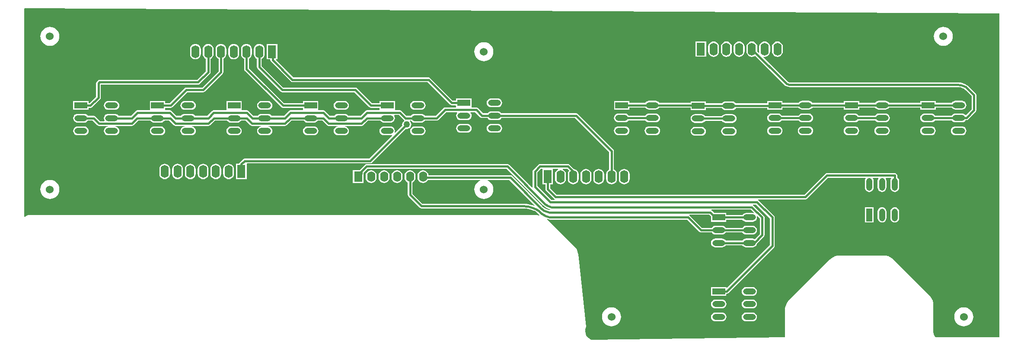
<source format=gbl>
G04*
G04 #@! TF.GenerationSoftware,Altium Limited,Altium Designer,20.2.6 (244)*
G04*
G04 Layer_Physical_Order=2*
G04 Layer_Color=16711680*
%FSLAX25Y25*%
%MOIN*%
G70*
G04*
G04 #@! TF.SameCoordinates,84CE4F0F-00B1-48B8-8D41-A7CC789AE08E*
G04*
G04*
G04 #@! TF.FilePolarity,Positive*
G04*
G01*
G75*
%ADD22C,0.01575*%
%ADD23O,0.09843X0.04724*%
%ADD24R,0.09843X0.04724*%
%ADD25O,0.04724X0.09843*%
%ADD26R,0.04724X0.09843*%
%ADD27R,0.06299X0.09843*%
%ADD28O,0.06299X0.09843*%
%ADD29O,0.06299X0.07874*%
%ADD30R,0.06299X0.07874*%
%ADD31C,0.06000*%
%ADD32C,0.05000*%
G36*
X850394Y253937D02*
Y3937D01*
X801181D01*
X800713Y4405D01*
X799977Y5506D01*
X799471Y6729D01*
X799213Y8027D01*
Y8689D01*
Y29528D01*
X799213D01*
X799213Y29528D01*
X799167Y30459D01*
X798803Y32287D01*
X798090Y34008D01*
X797055Y35557D01*
X796429Y36248D01*
X768677Y64000D01*
X768677Y64000D01*
X767950Y64659D01*
X766320Y65748D01*
X764509Y66499D01*
X762586Y66881D01*
X761606Y66929D01*
X726583Y66929D01*
X726583Y66929D01*
X725603Y66881D01*
X723680Y66499D01*
X721869Y65748D01*
X720239Y64659D01*
X719512Y64000D01*
X687968Y32456D01*
X687309Y31729D01*
X686220Y30099D01*
X685470Y28288D01*
X685087Y26366D01*
X685039Y25385D01*
Y3937D01*
X535591Y2016D01*
X535591Y2016D01*
X534900Y2300D01*
X533657Y3128D01*
X532601Y4185D01*
X531775Y5429D01*
X531210Y6812D01*
X530928Y8279D01*
X530941Y9772D01*
X531248Y11234D01*
X531542Y11920D01*
X525533Y67794D01*
X525533Y67794D01*
X525533Y67794D01*
X525407Y68632D01*
X524944Y70261D01*
X524213Y71789D01*
X523235Y73171D01*
X522662Y73795D01*
X502784Y93673D01*
X502784Y93673D01*
X502784Y93673D01*
X502207Y94222D01*
X501529Y94779D01*
X501776Y95223D01*
X501820Y95208D01*
X503984Y94777D01*
X506185Y94633D01*
Y94634D01*
X506185Y94634D01*
X609603D01*
X618911Y85326D01*
X618911Y85325D01*
X619503Y84930D01*
X620200Y84792D01*
X628460D01*
X628901Y84216D01*
X629603Y83677D01*
X630421Y83338D01*
X631299Y83223D01*
X636417D01*
X637295Y83338D01*
X638113Y83677D01*
X638815Y84216D01*
X639257Y84792D01*
X652082D01*
X652523Y84216D01*
X653226Y83677D01*
X654044Y83338D01*
X654921Y83223D01*
X660040D01*
X660917Y83338D01*
X661735Y83677D01*
X662437Y84216D01*
X662976Y84919D01*
X663315Y85737D01*
X663431Y86614D01*
X663315Y87492D01*
X662976Y88310D01*
X662437Y89012D01*
X661735Y89551D01*
X660917Y89890D01*
X660040Y90005D01*
X654921D01*
X654044Y89890D01*
X653226Y89551D01*
X652523Y89012D01*
X652082Y88437D01*
X639257D01*
X638815Y89012D01*
X638113Y89551D01*
X637295Y89890D01*
X636417Y90005D01*
X631299D01*
X630421Y89890D01*
X629603Y89551D01*
X628901Y89012D01*
X628460Y88437D01*
X620955D01*
X611646Y97745D01*
X611158Y98071D01*
X611257Y98571D01*
X626607D01*
X627937Y97242D01*
Y93095D01*
X639780D01*
Y94634D01*
X652082D01*
X652523Y94059D01*
X653226Y93520D01*
X654044Y93181D01*
X654921Y93066D01*
X660040D01*
X660917Y93181D01*
X661735Y93520D01*
X662437Y94059D01*
X662976Y94761D01*
X663315Y95579D01*
X663431Y96457D01*
X663339Y97157D01*
X663812Y97390D01*
X665500Y95702D01*
Y83549D01*
X661682Y79731D01*
X660917Y80047D01*
X660040Y80163D01*
X654921D01*
X654044Y80047D01*
X653226Y79708D01*
X652523Y79170D01*
X652082Y78594D01*
X639257D01*
X638815Y79170D01*
X638113Y79708D01*
X637295Y80047D01*
X636417Y80163D01*
X631299D01*
X630421Y80047D01*
X629603Y79708D01*
X628901Y79170D01*
X628362Y78467D01*
X628023Y77649D01*
X627908Y76772D01*
X628023Y75894D01*
X628362Y75076D01*
X628901Y74374D01*
X629603Y73835D01*
X630421Y73496D01*
X631299Y73380D01*
X636417D01*
X637295Y73496D01*
X638113Y73835D01*
X638815Y74374D01*
X639257Y74949D01*
X652082D01*
X652523Y74374D01*
X653226Y73835D01*
X654044Y73496D01*
X654921Y73380D01*
X660040D01*
X660917Y73496D01*
X661735Y73835D01*
X662437Y74374D01*
X662976Y75076D01*
X663315Y75894D01*
X663363Y76257D01*
X668611Y81506D01*
X668611Y81506D01*
X669006Y82097D01*
X669145Y82794D01*
X669145Y82794D01*
Y96457D01*
X669145Y96457D01*
X669006Y97154D01*
X668611Y97745D01*
X668611Y97745D01*
X660738Y105619D01*
X660250Y105945D01*
X660348Y106445D01*
X662631D01*
X673374Y95702D01*
Y75322D01*
X640241Y42189D01*
X639780Y42380D01*
Y42732D01*
X627937D01*
Y36008D01*
X639780D01*
Y37139D01*
X640000Y37548D01*
X640697Y37686D01*
X641289Y38081D01*
X676485Y73278D01*
X676485Y73278D01*
X676881Y73869D01*
X677019Y74567D01*
Y96457D01*
X676881Y97154D01*
X676485Y97745D01*
X676485Y97745D01*
X664675Y109556D01*
X664187Y109882D01*
X664285Y110382D01*
X700787D01*
X700787Y110382D01*
X701485Y110521D01*
X702076Y110916D01*
X718138Y126978D01*
X747016D01*
X747237Y126529D01*
X747063Y126302D01*
X746724Y125484D01*
X746609Y124606D01*
Y119488D01*
X746724Y118610D01*
X747063Y117792D01*
X747602Y117090D01*
X748304Y116551D01*
X749122Y116212D01*
X750000Y116097D01*
X750878Y116212D01*
X751696Y116551D01*
X752398Y117090D01*
X752937Y117792D01*
X753276Y118610D01*
X753391Y119488D01*
Y124606D01*
X753276Y125484D01*
X752937Y126302D01*
X752763Y126529D01*
X752984Y126978D01*
X756859D01*
X757080Y126529D01*
X756906Y126302D01*
X756567Y125484D01*
X756451Y124606D01*
Y119488D01*
X756567Y118610D01*
X756906Y117792D01*
X757445Y117090D01*
X758147Y116551D01*
X758965Y116212D01*
X759843Y116097D01*
X760720Y116212D01*
X761538Y116551D01*
X762241Y117090D01*
X762780Y117792D01*
X763118Y118610D01*
X763234Y119488D01*
Y124606D01*
X763118Y125484D01*
X762780Y126302D01*
X762605Y126529D01*
X762826Y126978D01*
X766701D01*
X766923Y126529D01*
X766748Y126302D01*
X766409Y125484D01*
X766294Y124606D01*
Y119488D01*
X766409Y118610D01*
X766748Y117792D01*
X767287Y117090D01*
X767989Y116551D01*
X768807Y116212D01*
X769685Y116097D01*
X770563Y116212D01*
X771381Y116551D01*
X772083Y117090D01*
X772622Y117792D01*
X772961Y118610D01*
X773076Y119488D01*
Y124606D01*
X772961Y125484D01*
X772622Y126302D01*
X772083Y127004D01*
X771507Y127446D01*
Y128800D01*
X771369Y129497D01*
X770974Y130089D01*
X770382Y130484D01*
X769685Y130622D01*
X717383D01*
X717383Y130622D01*
X716685Y130484D01*
X716094Y130089D01*
X700033Y114027D01*
X508876D01*
X503791Y119113D01*
Y122031D01*
X506118D01*
Y133504D01*
X506118Y133874D01*
X506564Y134004D01*
X509994D01*
X510093Y133504D01*
X509718Y133349D01*
X508851Y132684D01*
X508186Y131817D01*
X507768Y130808D01*
X507626Y129725D01*
Y126181D01*
X507768Y125098D01*
X508186Y124088D01*
X508851Y123222D01*
X509718Y122556D01*
X510728Y122138D01*
X511811Y121996D01*
X512894Y122138D01*
X513904Y122556D01*
X514771Y123222D01*
X515436Y124088D01*
X515854Y125098D01*
X515996Y126181D01*
Y129725D01*
X515854Y130808D01*
X515436Y131817D01*
X514771Y132684D01*
X513904Y133349D01*
X513529Y133504D01*
X513628Y134004D01*
X516962D01*
X518515Y132451D01*
X518029Y131817D01*
X517611Y130808D01*
X517468Y129725D01*
Y126181D01*
X517611Y125098D01*
X518029Y124088D01*
X518694Y123222D01*
X519561Y122556D01*
X520570Y122138D01*
X521654Y121996D01*
X522737Y122138D01*
X523746Y122556D01*
X524613Y123222D01*
X525278Y124088D01*
X525696Y125098D01*
X525839Y126181D01*
Y129725D01*
X525696Y130808D01*
X525278Y131817D01*
X524613Y132684D01*
X523746Y133349D01*
X522737Y133767D01*
X522202Y133838D01*
X522038Y134082D01*
X522038Y134082D01*
X519005Y137115D01*
X518414Y137511D01*
X517717Y137649D01*
X517717Y137649D01*
X496063D01*
X495366Y137511D01*
X494774Y137115D01*
X494774Y137115D01*
X490837Y133178D01*
X490442Y132587D01*
X490304Y131890D01*
X490304Y131890D01*
Y120079D01*
X490304Y120079D01*
X490378Y119707D01*
X489917Y119461D01*
X472262Y137115D01*
X471671Y137511D01*
X470973Y137649D01*
X470973Y137649D01*
X362205D01*
X362205Y137649D01*
X361507Y137511D01*
X360916Y137115D01*
X360916Y137115D01*
X356900Y133100D01*
X356760Y132890D01*
X351677D01*
Y123016D01*
X359976D01*
Y130139D01*
X360011Y130315D01*
X360011Y130315D01*
Y131056D01*
X362960Y134004D01*
X470218D01*
X498397Y105825D01*
X498741Y105462D01*
X498741Y105462D01*
X500277Y104202D01*
X502028Y103266D01*
X503803Y102727D01*
X503705Y102235D01*
X502542Y102349D01*
X501003Y102816D01*
X499585Y103574D01*
X498723Y104281D01*
X498360Y104611D01*
X498360D01*
X498012Y104958D01*
X474482Y128489D01*
X473891Y128884D01*
X473194Y129022D01*
X473194Y129022D01*
X409975D01*
X409870Y129824D01*
X409451Y130833D01*
X408786Y131700D01*
X407920Y132365D01*
X406910Y132783D01*
X405827Y132926D01*
X404743Y132783D01*
X403734Y132365D01*
X402867Y131700D01*
X402202Y130833D01*
X401784Y129824D01*
X401641Y128740D01*
Y127165D01*
X401784Y126082D01*
X402202Y125073D01*
X402867Y124206D01*
X403734Y123541D01*
X404743Y123123D01*
X405827Y122980D01*
X406910Y123123D01*
X407920Y123541D01*
X408786Y124206D01*
X409451Y125073D01*
X409578Y125378D01*
X449846D01*
X449949Y124886D01*
X448681Y124209D01*
X447570Y123296D01*
X446658Y122185D01*
X445980Y120917D01*
X445562Y119541D01*
X445422Y118110D01*
X445562Y116679D01*
X445980Y115303D01*
X446658Y114035D01*
X447570Y112924D01*
X448681Y112012D01*
X449949Y111334D01*
X451325Y110917D01*
X452756Y110776D01*
X454187Y110917D01*
X455563Y111334D01*
X456831Y112012D01*
X457942Y112924D01*
X458854Y114035D01*
X459532Y115303D01*
X459950Y116679D01*
X460090Y118110D01*
X459950Y119541D01*
X459532Y120917D01*
X458854Y122185D01*
X457942Y123296D01*
X456831Y124209D01*
X455563Y124886D01*
X455666Y125378D01*
X472439D01*
X492082Y105734D01*
X491799Y105310D01*
X491153Y105578D01*
X488448Y106357D01*
X485672Y106829D01*
X482860Y106987D01*
Y106982D01*
X405438D01*
X397649Y114771D01*
Y123429D01*
X397920Y123541D01*
X398786Y124206D01*
X399451Y125073D01*
X399870Y126082D01*
X400012Y127165D01*
Y128740D01*
X399870Y129824D01*
X399451Y130833D01*
X398786Y131700D01*
X397920Y132365D01*
X396910Y132783D01*
X395827Y132926D01*
X394743Y132783D01*
X393734Y132365D01*
X392867Y131700D01*
X392202Y130833D01*
X391784Y129824D01*
X391641Y128740D01*
Y127165D01*
X391784Y126082D01*
X392202Y125073D01*
X392867Y124206D01*
X393734Y123541D01*
X394004Y123429D01*
Y114016D01*
X394004Y114016D01*
X394143Y113318D01*
X394538Y112727D01*
X403394Y103871D01*
X403394Y103871D01*
X403985Y103476D01*
X404683Y103337D01*
X482860D01*
X482977Y103361D01*
X485665Y103185D01*
X488422Y102636D01*
X490617Y101891D01*
X491073Y101704D01*
X491522Y101500D01*
X492790Y100822D01*
X493906Y99906D01*
X494266Y99568D01*
X494266Y99568D01*
X495673Y98334D01*
X495424Y97887D01*
X495253Y97939D01*
X493692Y98250D01*
X492107Y98406D01*
X491311Y98425D01*
X103178Y98425D01*
X103177Y98425D01*
X102519Y98393D01*
X101227Y98136D01*
X100009Y97632D01*
X98925Y96907D01*
X98711Y96947D01*
X98425Y97074D01*
Y257520D01*
X98780Y257872D01*
X850394Y253937D01*
D02*
G37*
G36*
X497819Y133874D02*
X497819Y133504D01*
Y122031D01*
X500146D01*
Y118358D01*
X500146Y118358D01*
X500285Y117660D01*
X500680Y117069D01*
X506833Y110916D01*
X506833Y110916D01*
X507321Y110590D01*
X507222Y110090D01*
X504692D01*
X493948Y120834D01*
Y131135D01*
X496818Y134004D01*
X497373D01*
X497819Y133874D01*
D02*
G37*
G36*
X660973Y100230D02*
X660739Y99756D01*
X660040Y99848D01*
X654921D01*
X654044Y99733D01*
X653226Y99394D01*
X652523Y98855D01*
X652082Y98279D01*
X639780D01*
Y99819D01*
X630514D01*
X628651Y101682D01*
X628163Y102008D01*
X628261Y102508D01*
X658694D01*
X660973Y100230D01*
D02*
G37*
%LPC*%
G36*
X807087Y243555D02*
X805656Y243414D01*
X804280Y242997D01*
X803012Y242319D01*
X801900Y241407D01*
X800988Y240295D01*
X800310Y239027D01*
X799893Y237651D01*
X799752Y236220D01*
X799893Y234789D01*
X800310Y233414D01*
X800988Y232146D01*
X801900Y231034D01*
X803012Y230122D01*
X804280Y229444D01*
X805656Y229027D01*
X807087Y228886D01*
X808517Y229027D01*
X809893Y229444D01*
X811161Y230122D01*
X812273Y231034D01*
X813185Y232146D01*
X813863Y233414D01*
X814280Y234789D01*
X814421Y236220D01*
X814280Y237651D01*
X813863Y239027D01*
X813185Y240295D01*
X812273Y241407D01*
X811161Y242319D01*
X809893Y242997D01*
X808517Y243414D01*
X807087Y243555D01*
D02*
G37*
G36*
X118110D02*
X116679Y243414D01*
X115303Y242997D01*
X114035Y242319D01*
X112924Y241407D01*
X112012Y240295D01*
X111334Y239027D01*
X110917Y237651D01*
X110776Y236220D01*
X110917Y234789D01*
X111334Y233414D01*
X112012Y232146D01*
X112924Y231034D01*
X114035Y230122D01*
X115303Y229444D01*
X116679Y229027D01*
X118110Y228886D01*
X119541Y229027D01*
X120917Y229444D01*
X122185Y230122D01*
X123296Y231034D01*
X124209Y232146D01*
X124886Y233414D01*
X125304Y234789D01*
X125445Y236220D01*
X125304Y237651D01*
X124886Y239027D01*
X124209Y240295D01*
X123296Y241407D01*
X122185Y242319D01*
X120917Y242997D01*
X119541Y243414D01*
X118110Y243555D01*
D02*
G37*
G36*
X669291Y232335D02*
X668208Y232192D01*
X667199Y231774D01*
X666332Y231109D01*
X665666Y230242D01*
X665248Y229233D01*
X665106Y228150D01*
Y224606D01*
X665197Y223914D01*
X664723Y223681D01*
X663634Y224770D01*
Y228150D01*
X663492Y229233D01*
X663073Y230242D01*
X662408Y231109D01*
X661542Y231774D01*
X660532Y232192D01*
X659449Y232335D01*
X658365Y232192D01*
X657356Y231774D01*
X656489Y231109D01*
X655824Y230242D01*
X655406Y229233D01*
X655263Y228150D01*
Y224606D01*
X655406Y223523D01*
X655824Y222513D01*
X656489Y221647D01*
X657356Y220982D01*
X658365Y220563D01*
X659449Y220421D01*
X660532Y220563D01*
X661542Y220982D01*
X661952Y221297D01*
X684327Y198922D01*
X684355Y198903D01*
X685325Y198107D01*
X686461Y197500D01*
X687694Y197126D01*
X688943Y197003D01*
X688976Y196996D01*
X818639D01*
X818721Y197013D01*
X820239Y196863D01*
X821778Y196397D01*
X823196Y195639D01*
X824375Y194671D01*
X824421Y194601D01*
X828886Y190137D01*
Y179889D01*
X824457Y175459D01*
X823958Y175492D01*
X823855Y175626D01*
X823152Y176165D01*
X822334Y176504D01*
X821457Y176620D01*
X816339D01*
X815461Y176504D01*
X814643Y176165D01*
X813941Y175626D01*
X813499Y175051D01*
X800674D01*
X800233Y175626D01*
X799530Y176165D01*
X798712Y176504D01*
X797835Y176620D01*
X792717D01*
X791839Y176504D01*
X791021Y176165D01*
X790319Y175626D01*
X789780Y174924D01*
X789441Y174106D01*
X789325Y173228D01*
X789441Y172351D01*
X789780Y171533D01*
X790319Y170830D01*
X791021Y170291D01*
X791839Y169953D01*
X792717Y169837D01*
X797835D01*
X798712Y169953D01*
X799530Y170291D01*
X800233Y170830D01*
X800674Y171406D01*
X813499D01*
X813941Y170830D01*
X814643Y170291D01*
X815461Y169953D01*
X816339Y169837D01*
X821457D01*
X822334Y169953D01*
X823152Y170291D01*
X823855Y170830D01*
X824367Y171499D01*
X824896D01*
X824896Y171499D01*
X825593Y171637D01*
X826184Y172032D01*
X831997Y177845D01*
X831997Y177845D01*
X832392Y178436D01*
X832531Y179134D01*
Y190891D01*
X832531Y190891D01*
X832392Y191589D01*
X831997Y192180D01*
X826999Y197179D01*
X827000Y197180D01*
X825589Y198385D01*
X824007Y199354D01*
X822293Y200064D01*
X820489Y200497D01*
X818639Y200643D01*
Y200641D01*
X688976D01*
X688946Y200635D01*
X688215Y200731D01*
X687506Y201025D01*
X687280Y201199D01*
X686904Y201500D01*
X686555Y201849D01*
X668366Y220038D01*
X668599Y220512D01*
X669291Y220421D01*
X670374Y220563D01*
X671384Y220982D01*
X672251Y221647D01*
X672916Y222513D01*
X673334Y223523D01*
X673477Y224606D01*
Y228150D01*
X673334Y229233D01*
X672916Y230242D01*
X672251Y231109D01*
X671384Y231774D01*
X670374Y232192D01*
X669291Y232335D01*
D02*
G37*
G36*
X624228Y232299D02*
X615929D01*
Y220457D01*
X624228D01*
Y232299D01*
D02*
G37*
G36*
X679134Y232335D02*
X678051Y232192D01*
X677041Y231774D01*
X676174Y231109D01*
X675509Y230242D01*
X675091Y229233D01*
X674948Y228150D01*
Y224606D01*
X675091Y223523D01*
X675509Y222513D01*
X676174Y221647D01*
X677041Y220982D01*
X678051Y220563D01*
X679134Y220421D01*
X680217Y220563D01*
X681226Y220982D01*
X682093Y221647D01*
X682759Y222513D01*
X683177Y223523D01*
X683319Y224606D01*
Y228150D01*
X683177Y229233D01*
X682759Y230242D01*
X682093Y231109D01*
X681226Y231774D01*
X680217Y232192D01*
X679134Y232335D01*
D02*
G37*
G36*
X649606D02*
X648523Y232192D01*
X647513Y231774D01*
X646647Y231109D01*
X645982Y230242D01*
X645563Y229233D01*
X645421Y228150D01*
Y224606D01*
X645563Y223523D01*
X645982Y222513D01*
X646647Y221647D01*
X647513Y220982D01*
X648523Y220563D01*
X649606Y220421D01*
X650690Y220563D01*
X651699Y220982D01*
X652566Y221647D01*
X653231Y222513D01*
X653649Y223523D01*
X653792Y224606D01*
Y228150D01*
X653649Y229233D01*
X653231Y230242D01*
X652566Y231109D01*
X651699Y231774D01*
X650690Y232192D01*
X649606Y232335D01*
D02*
G37*
G36*
X639764D02*
X638681Y232192D01*
X637671Y231774D01*
X636804Y231109D01*
X636139Y230242D01*
X635721Y229233D01*
X635578Y228150D01*
Y224606D01*
X635721Y223523D01*
X636139Y222513D01*
X636804Y221647D01*
X637671Y220982D01*
X638681Y220563D01*
X639764Y220421D01*
X640847Y220563D01*
X641856Y220982D01*
X642723Y221647D01*
X643389Y222513D01*
X643807Y223523D01*
X643949Y224606D01*
Y228150D01*
X643807Y229233D01*
X643389Y230242D01*
X642723Y231109D01*
X641856Y231774D01*
X640847Y232192D01*
X639764Y232335D01*
D02*
G37*
G36*
X629921D02*
X628838Y232192D01*
X627829Y231774D01*
X626962Y231109D01*
X626297Y230242D01*
X625878Y229233D01*
X625736Y228150D01*
Y224606D01*
X625878Y223523D01*
X626297Y222513D01*
X626962Y221647D01*
X627829Y220982D01*
X628838Y220563D01*
X629921Y220421D01*
X631004Y220563D01*
X632014Y220982D01*
X632881Y221647D01*
X633546Y222513D01*
X633964Y223523D01*
X634107Y224606D01*
Y228150D01*
X633964Y229233D01*
X633546Y230242D01*
X632881Y231109D01*
X632014Y231774D01*
X631004Y232192D01*
X629921Y232335D01*
D02*
G37*
G36*
X259843Y230367D02*
X258759Y230224D01*
X257750Y229806D01*
X256883Y229141D01*
X256218Y228274D01*
X255800Y227264D01*
X255657Y226181D01*
Y222638D01*
X255800Y221555D01*
X256218Y220545D01*
X256883Y219678D01*
X257750Y219013D01*
X258759Y218595D01*
X259843Y218453D01*
X260926Y218595D01*
X261935Y219013D01*
X262802Y219678D01*
X263467Y220545D01*
X263885Y221555D01*
X264028Y222638D01*
Y226181D01*
X263885Y227264D01*
X263467Y228274D01*
X262802Y229141D01*
X261935Y229806D01*
X260926Y230224D01*
X259843Y230367D01*
D02*
G37*
G36*
X230315D02*
X229232Y230224D01*
X228222Y229806D01*
X227356Y229141D01*
X226690Y228274D01*
X226272Y227264D01*
X226130Y226181D01*
Y222638D01*
X226272Y221555D01*
X226690Y220545D01*
X227356Y219678D01*
X228222Y219013D01*
X229232Y218595D01*
X230315Y218453D01*
X231398Y218595D01*
X232408Y219013D01*
X233275Y219678D01*
X233940Y220545D01*
X234358Y221555D01*
X234500Y222638D01*
Y226181D01*
X234358Y227264D01*
X233940Y228274D01*
X233275Y229141D01*
X232408Y229806D01*
X231398Y230224D01*
X230315Y230367D01*
D02*
G37*
G36*
X452756Y231744D02*
X451325Y231603D01*
X449949Y231186D01*
X448681Y230508D01*
X447570Y229596D01*
X446658Y228484D01*
X445980Y227216D01*
X445562Y225840D01*
X445422Y224409D01*
X445562Y222978D01*
X445980Y221603D01*
X446658Y220335D01*
X447570Y219223D01*
X448681Y218311D01*
X449949Y217633D01*
X451325Y217216D01*
X452756Y217075D01*
X454187Y217216D01*
X455563Y217633D01*
X456831Y218311D01*
X457942Y219223D01*
X458854Y220335D01*
X459532Y221603D01*
X459950Y222978D01*
X460090Y224409D01*
X459950Y225840D01*
X459532Y227216D01*
X458854Y228484D01*
X457942Y229596D01*
X456831Y230508D01*
X455563Y231186D01*
X454187Y231603D01*
X452756Y231744D01*
D02*
G37*
G36*
X240158Y230367D02*
X239074Y230224D01*
X238065Y229806D01*
X237198Y229141D01*
X236533Y228274D01*
X236115Y227264D01*
X235972Y226181D01*
Y222638D01*
X236115Y221555D01*
X236533Y220545D01*
X237198Y219678D01*
X238065Y219013D01*
X238335Y218901D01*
Y209416D01*
X231529Y202610D01*
X156434D01*
X155737Y202471D01*
X155146Y202076D01*
X155146Y202076D01*
X154223Y201153D01*
X153828Y200562D01*
X153689Y199865D01*
X153689Y199865D01*
Y189731D01*
X148682Y184724D01*
X147946D01*
Y186264D01*
X136103D01*
Y179539D01*
X147946D01*
Y181079D01*
X149437D01*
X149437Y181079D01*
X150134Y181218D01*
X150726Y181613D01*
X156800Y187688D01*
X156800Y187688D01*
X157195Y188279D01*
X157334Y188976D01*
X157334Y188976D01*
Y198965D01*
X232283D01*
X232283Y198965D01*
X232981Y199104D01*
X233572Y199499D01*
X241446Y207373D01*
X241446Y207373D01*
X241841Y207964D01*
X241980Y208662D01*
X241980Y208662D01*
Y218901D01*
X242250Y219013D01*
X243117Y219678D01*
X243782Y220545D01*
X244200Y221555D01*
X244343Y222638D01*
Y226181D01*
X244200Y227264D01*
X243782Y228274D01*
X243117Y229141D01*
X242250Y229806D01*
X241241Y230224D01*
X240158Y230367D01*
D02*
G37*
G36*
X821457Y186462D02*
X816339D01*
X815461Y186346D01*
X814643Y186008D01*
X813941Y185469D01*
X813499Y184893D01*
X801197D01*
Y186433D01*
X789354D01*
Y184893D01*
X765241D01*
X764800Y185469D01*
X764097Y186008D01*
X763279Y186346D01*
X762402Y186462D01*
X757283D01*
X756406Y186346D01*
X755588Y186008D01*
X754886Y185469D01*
X754444Y184893D01*
X742142D01*
Y186433D01*
X730299D01*
Y184893D01*
X706186D01*
X705744Y185469D01*
X705042Y186008D01*
X704224Y186346D01*
X703346Y186462D01*
X698228D01*
X697351Y186346D01*
X696533Y186008D01*
X695830Y185469D01*
X695389Y184893D01*
X683087D01*
Y186433D01*
X671244D01*
Y184500D01*
X647131D01*
X646689Y185075D01*
X645987Y185614D01*
X645169Y185953D01*
X644291Y186068D01*
X639173D01*
X638295Y185953D01*
X637477Y185614D01*
X636775Y185075D01*
X636334Y184500D01*
X624031D01*
Y186039D01*
X612189D01*
Y184893D01*
X588076D01*
X587634Y185469D01*
X586932Y186008D01*
X586114Y186346D01*
X585236Y186462D01*
X580118D01*
X579240Y186346D01*
X578422Y186008D01*
X577720Y185469D01*
X577279Y184893D01*
X564977D01*
Y186433D01*
X553134D01*
Y179709D01*
X564977D01*
Y181248D01*
X577279D01*
X577720Y180673D01*
X578422Y180134D01*
X579240Y179795D01*
X580118Y179680D01*
X585236D01*
X586114Y179795D01*
X586932Y180134D01*
X587634Y180673D01*
X588076Y181248D01*
X612189D01*
Y179315D01*
X624031D01*
Y180855D01*
X636334D01*
X636775Y180279D01*
X637477Y179740D01*
X638295Y179402D01*
X639173Y179286D01*
X644291D01*
X645169Y179402D01*
X645987Y179740D01*
X646689Y180279D01*
X647131Y180855D01*
X671244D01*
Y179709D01*
X683087D01*
Y181248D01*
X695389D01*
X695830Y180673D01*
X696533Y180134D01*
X697351Y179795D01*
X698228Y179680D01*
X703346D01*
X704224Y179795D01*
X705042Y180134D01*
X705744Y180673D01*
X706186Y181248D01*
X730299D01*
Y179709D01*
X742142D01*
Y181248D01*
X754444D01*
X754886Y180673D01*
X755588Y180134D01*
X756406Y179795D01*
X757283Y179680D01*
X762402D01*
X763279Y179795D01*
X764097Y180134D01*
X764800Y180673D01*
X765241Y181248D01*
X789354D01*
Y179709D01*
X801197D01*
Y181248D01*
X813499D01*
X813941Y180673D01*
X814643Y180134D01*
X815461Y179795D01*
X816339Y179680D01*
X821457D01*
X822334Y179795D01*
X823152Y180134D01*
X823855Y180673D01*
X824393Y181375D01*
X824732Y182193D01*
X824848Y183071D01*
X824732Y183949D01*
X824393Y184766D01*
X823855Y185469D01*
X823152Y186008D01*
X822334Y186346D01*
X821457Y186462D01*
D02*
G37*
G36*
X463481Y188261D02*
X458363D01*
X457485Y188146D01*
X456668Y187807D01*
X455965Y187268D01*
X455426Y186566D01*
X455088Y185748D01*
X454972Y184870D01*
X455088Y183992D01*
X455426Y183174D01*
X455965Y182472D01*
X456668Y181933D01*
X457485Y181594D01*
X458363Y181479D01*
X463481D01*
X464359Y181594D01*
X465177Y181933D01*
X465879Y182472D01*
X466418Y183174D01*
X466757Y183992D01*
X466873Y184870D01*
X466757Y185748D01*
X466418Y186566D01*
X465879Y187268D01*
X465177Y187807D01*
X464359Y188146D01*
X463481Y188261D01*
D02*
G37*
G36*
X404426Y186293D02*
X399308D01*
X398430Y186177D01*
X397612Y185838D01*
X396910Y185300D01*
X396371Y184597D01*
X396032Y183779D01*
X395917Y182902D01*
X396032Y182024D01*
X396371Y181206D01*
X396910Y180504D01*
X397612Y179965D01*
X398430Y179626D01*
X399308Y179510D01*
X404426D01*
X405304Y179626D01*
X406122Y179965D01*
X406824Y180504D01*
X407363Y181206D01*
X407702Y182024D01*
X407817Y182902D01*
X407702Y183779D01*
X407363Y184597D01*
X406824Y185300D01*
X406122Y185838D01*
X405304Y186177D01*
X404426Y186293D01*
D02*
G37*
G36*
X345371D02*
X340253D01*
X339375Y186177D01*
X338557Y185838D01*
X337855Y185300D01*
X337316Y184597D01*
X336977Y183779D01*
X336862Y182902D01*
X336977Y182024D01*
X337316Y181206D01*
X337855Y180504D01*
X338557Y179965D01*
X339375Y179626D01*
X340253Y179510D01*
X345371D01*
X346249Y179626D01*
X347067Y179965D01*
X347769Y180504D01*
X348308Y181206D01*
X348647Y182024D01*
X348762Y182902D01*
X348647Y183779D01*
X348308Y184597D01*
X347769Y185300D01*
X347067Y185838D01*
X346249Y186177D01*
X345371Y186293D01*
D02*
G37*
G36*
X286316D02*
X281198D01*
X280320Y186177D01*
X279502Y185838D01*
X278800Y185300D01*
X278261Y184597D01*
X277922Y183779D01*
X277806Y182902D01*
X277922Y182024D01*
X278261Y181206D01*
X278800Y180504D01*
X279502Y179965D01*
X280320Y179626D01*
X281198Y179510D01*
X286316D01*
X287194Y179626D01*
X288012Y179965D01*
X288714Y180504D01*
X289253Y181206D01*
X289592Y182024D01*
X289707Y182902D01*
X289592Y183779D01*
X289253Y184597D01*
X288714Y185300D01*
X288012Y185838D01*
X287194Y186177D01*
X286316Y186293D01*
D02*
G37*
G36*
X227261D02*
X222143D01*
X221265Y186177D01*
X220447Y185838D01*
X219745Y185300D01*
X219206Y184597D01*
X218867Y183779D01*
X218752Y182902D01*
X218867Y182024D01*
X219206Y181206D01*
X219745Y180504D01*
X220447Y179965D01*
X221265Y179626D01*
X222143Y179510D01*
X227261D01*
X228139Y179626D01*
X228957Y179965D01*
X229659Y180504D01*
X230198Y181206D01*
X230537Y182024D01*
X230652Y182902D01*
X230537Y183779D01*
X230198Y184597D01*
X229659Y185300D01*
X228957Y185838D01*
X228139Y186177D01*
X227261Y186293D01*
D02*
G37*
G36*
X168206D02*
X163087D01*
X162210Y186177D01*
X161392Y185838D01*
X160690Y185300D01*
X160151Y184597D01*
X159812Y183779D01*
X159696Y182902D01*
X159812Y182024D01*
X160151Y181206D01*
X160690Y180504D01*
X161392Y179965D01*
X162210Y179626D01*
X163087Y179510D01*
X168206D01*
X169083Y179626D01*
X169901Y179965D01*
X170604Y180504D01*
X171142Y181206D01*
X171481Y182024D01*
X171597Y182902D01*
X171481Y183779D01*
X171142Y184597D01*
X170604Y185300D01*
X169901Y185838D01*
X169083Y186177D01*
X168206Y186293D01*
D02*
G37*
G36*
X279528Y230367D02*
X278444Y230224D01*
X277435Y229806D01*
X276568Y229141D01*
X275903Y228274D01*
X275485Y227264D01*
X275342Y226181D01*
Y222638D01*
X275485Y221555D01*
X275903Y220545D01*
X276568Y219678D01*
X277435Y219013D01*
X277705Y218901D01*
Y212598D01*
X277705Y212598D01*
X277844Y211901D01*
X278239Y211310D01*
X295955Y193593D01*
X295955Y193593D01*
X296547Y193198D01*
X297244Y193060D01*
X352763D01*
X364210Y181613D01*
X364210Y181613D01*
X364801Y181218D01*
X365498Y181079D01*
X365498Y181079D01*
X372324D01*
Y179622D01*
X372324Y179539D01*
X372123Y179122D01*
X362641D01*
X362641Y179122D01*
X361944Y178984D01*
X361352Y178589D01*
X357645Y174881D01*
X348211D01*
X347769Y175457D01*
X347067Y175996D01*
X346249Y176335D01*
X345371Y176450D01*
X340253D01*
X339375Y176335D01*
X338557Y175996D01*
X337855Y175457D01*
X337413Y174881D01*
X333896D01*
X330189Y178589D01*
X329597Y178984D01*
X328900Y179122D01*
X328900Y179122D01*
X325312D01*
X325111Y179539D01*
X325111Y179622D01*
Y186264D01*
X313269D01*
Y184724D01*
X298553D01*
X271507Y211770D01*
Y218901D01*
X271778Y219013D01*
X272644Y219678D01*
X273310Y220545D01*
X273728Y221555D01*
X273870Y222638D01*
Y226181D01*
X273728Y227264D01*
X273310Y228274D01*
X272644Y229141D01*
X271778Y229806D01*
X270768Y230224D01*
X269685Y230367D01*
X268602Y230224D01*
X267592Y229806D01*
X266725Y229141D01*
X266060Y228274D01*
X265642Y227264D01*
X265500Y226181D01*
Y222638D01*
X265642Y221555D01*
X266060Y220545D01*
X266725Y219678D01*
X267592Y219013D01*
X267863Y218901D01*
Y211015D01*
X267863Y211015D01*
X268001Y210318D01*
X268396Y209726D01*
X296510Y181613D01*
X296510Y181613D01*
X297101Y181218D01*
X297798Y181079D01*
X297798Y181079D01*
X313269D01*
Y179622D01*
X313269Y179539D01*
X313068Y179122D01*
X303541D01*
X303541Y179122D01*
X302844Y178984D01*
X302252Y178589D01*
X298545Y174881D01*
X289155D01*
X288714Y175457D01*
X288012Y175996D01*
X287194Y176335D01*
X286316Y176450D01*
X281198D01*
X280320Y176335D01*
X279502Y175996D01*
X278800Y175457D01*
X278358Y174881D01*
X274896D01*
X271189Y178589D01*
X270597Y178984D01*
X269900Y179122D01*
X269900Y179122D01*
X266256D01*
X266056Y179539D01*
X266056Y179622D01*
Y186264D01*
X254214D01*
Y179622D01*
X254214Y179539D01*
X254013Y179122D01*
X244441D01*
X244441Y179122D01*
X243744Y178984D01*
X243152Y178589D01*
X239445Y174881D01*
X230100D01*
X229659Y175457D01*
X228957Y175996D01*
X228139Y176335D01*
X227261Y176450D01*
X222143D01*
X221265Y176335D01*
X220447Y175996D01*
X219745Y175457D01*
X219303Y174881D01*
X215755D01*
X212048Y178589D01*
X211456Y178984D01*
X210759Y179122D01*
X210759Y179122D01*
X207201D01*
X207001Y179539D01*
X207001Y179622D01*
Y181079D01*
X211300D01*
X211300Y181079D01*
X211997Y181218D01*
X212589Y181613D01*
X224035Y193060D01*
X236220D01*
X236221Y193060D01*
X236918Y193198D01*
X237509Y193593D01*
X251289Y207373D01*
X251289Y207373D01*
X251684Y207964D01*
X251822Y208661D01*
X251822Y208662D01*
Y218901D01*
X252093Y219013D01*
X252959Y219678D01*
X253625Y220545D01*
X254043Y221555D01*
X254185Y222638D01*
Y226181D01*
X254043Y227264D01*
X253625Y228274D01*
X252959Y229141D01*
X252093Y229806D01*
X251083Y230224D01*
X250000Y230367D01*
X248917Y230224D01*
X247907Y229806D01*
X247041Y229141D01*
X246375Y228274D01*
X245957Y227264D01*
X245815Y226181D01*
Y222638D01*
X245957Y221555D01*
X246375Y220545D01*
X247041Y219678D01*
X247907Y219013D01*
X248178Y218901D01*
Y209416D01*
X235466Y196704D01*
X223280D01*
X223280Y196704D01*
X222583Y196566D01*
X221992Y196170D01*
X221992Y196170D01*
X210545Y184724D01*
X207001D01*
Y186264D01*
X195158D01*
Y179622D01*
X195158Y179539D01*
X194958Y179122D01*
X185500D01*
X185500Y179122D01*
X184803Y178984D01*
X184211Y178589D01*
X180504Y174881D01*
X171045D01*
X170604Y175457D01*
X169901Y175996D01*
X169083Y176335D01*
X168206Y176450D01*
X163087D01*
X162210Y176335D01*
X161392Y175996D01*
X160690Y175457D01*
X160151Y174755D01*
X159812Y173937D01*
X159696Y173059D01*
X159812Y172181D01*
X160151Y171363D01*
X160298Y171171D01*
X160077Y170722D01*
X156755D01*
X153130Y174348D01*
X152538Y174743D01*
X151841Y174881D01*
X151841Y174881D01*
X147423D01*
X146982Y175457D01*
X146279Y175996D01*
X145461Y176335D01*
X144584Y176450D01*
X139465D01*
X138588Y176335D01*
X137770Y175996D01*
X137068Y175457D01*
X136529Y174755D01*
X136190Y173937D01*
X136074Y173059D01*
X136190Y172181D01*
X136529Y171363D01*
X137068Y170661D01*
X137770Y170122D01*
X138588Y169783D01*
X139465Y169668D01*
X144584D01*
X145461Y169783D01*
X146279Y170122D01*
X146982Y170661D01*
X147423Y171237D01*
X151086D01*
X154711Y167611D01*
X154711Y167611D01*
X155303Y167216D01*
X156000Y167078D01*
X162827D01*
X162859Y166578D01*
X162210Y166492D01*
X161392Y166153D01*
X160690Y165614D01*
X160151Y164912D01*
X159812Y164094D01*
X159696Y163216D01*
X159812Y162339D01*
X160151Y161521D01*
X160690Y160819D01*
X161392Y160280D01*
X162210Y159941D01*
X163087Y159825D01*
X168206D01*
X169083Y159941D01*
X169901Y160280D01*
X170604Y160819D01*
X171142Y161521D01*
X171481Y162339D01*
X171597Y163216D01*
X171481Y164094D01*
X171142Y164912D01*
X170604Y165614D01*
X169901Y166153D01*
X169083Y166492D01*
X168434Y166578D01*
X168466Y167078D01*
X181241D01*
X181241Y167078D01*
X181938Y167216D01*
X182530Y167611D01*
X186155Y171237D01*
X195681D01*
X196123Y170661D01*
X196825Y170122D01*
X197643Y169783D01*
X198521Y169668D01*
X203639D01*
X204516Y169783D01*
X205334Y170122D01*
X206037Y170661D01*
X206478Y171237D01*
X210045D01*
X213670Y167611D01*
X213670Y167611D01*
X214262Y167216D01*
X214959Y167078D01*
X221882D01*
X221915Y166578D01*
X221265Y166492D01*
X220447Y166153D01*
X219745Y165614D01*
X219206Y164912D01*
X218867Y164094D01*
X218752Y163216D01*
X218867Y162339D01*
X219206Y161521D01*
X219745Y160819D01*
X220447Y160280D01*
X221265Y159941D01*
X222143Y159825D01*
X227261D01*
X228139Y159941D01*
X228957Y160280D01*
X229659Y160819D01*
X230198Y161521D01*
X230537Y162339D01*
X230652Y163216D01*
X230537Y164094D01*
X230198Y164912D01*
X229659Y165614D01*
X228957Y166153D01*
X228139Y166492D01*
X227489Y166578D01*
X227522Y167078D01*
X240400D01*
X240400Y167078D01*
X241097Y167216D01*
X241689Y167611D01*
X245314Y171237D01*
X254736D01*
X255178Y170661D01*
X255880Y170122D01*
X256698Y169783D01*
X257576Y169668D01*
X262694D01*
X263572Y169783D01*
X264389Y170122D01*
X265092Y170661D01*
X265533Y171237D01*
X269045D01*
X272670Y167611D01*
X272670Y167611D01*
X273262Y167216D01*
X273959Y167078D01*
X280937D01*
X280970Y166578D01*
X280320Y166492D01*
X279502Y166153D01*
X278800Y165614D01*
X278261Y164912D01*
X277922Y164094D01*
X277806Y163216D01*
X277922Y162339D01*
X278261Y161521D01*
X278800Y160819D01*
X279502Y160280D01*
X280320Y159941D01*
X281198Y159825D01*
X286316D01*
X287194Y159941D01*
X288012Y160280D01*
X288714Y160819D01*
X289253Y161521D01*
X289592Y162339D01*
X289707Y163216D01*
X289592Y164094D01*
X289253Y164912D01*
X288714Y165614D01*
X288012Y166153D01*
X287194Y166492D01*
X286544Y166578D01*
X286577Y167078D01*
X299400D01*
X299400Y167078D01*
X300097Y167216D01*
X300689Y167611D01*
X304314Y171237D01*
X313791D01*
X314233Y170661D01*
X314935Y170122D01*
X315753Y169783D01*
X316631Y169668D01*
X321749D01*
X322627Y169783D01*
X323445Y170122D01*
X324147Y170661D01*
X324589Y171237D01*
X328186D01*
X331811Y167611D01*
X331811Y167611D01*
X332403Y167216D01*
X333100Y167078D01*
X339992D01*
X340025Y166578D01*
X339375Y166492D01*
X338557Y166153D01*
X337855Y165614D01*
X337316Y164912D01*
X336977Y164094D01*
X336862Y163216D01*
X336977Y162339D01*
X337316Y161521D01*
X337855Y160819D01*
X338557Y160280D01*
X339375Y159941D01*
X340253Y159825D01*
X345371D01*
X346249Y159941D01*
X347067Y160280D01*
X347769Y160819D01*
X348308Y161521D01*
X348647Y162339D01*
X348762Y163216D01*
X348647Y164094D01*
X348308Y164912D01*
X347769Y165614D01*
X347067Y166153D01*
X346249Y166492D01*
X345599Y166578D01*
X345632Y167078D01*
X358441D01*
X358441Y167078D01*
X359138Y167216D01*
X359730Y167611D01*
X363355Y171237D01*
X372846D01*
X373288Y170661D01*
X373990Y170122D01*
X374808Y169783D01*
X375686Y169668D01*
X380804D01*
X381682Y169783D01*
X382500Y170122D01*
X383202Y170661D01*
X383741Y171363D01*
X384080Y172181D01*
X384195Y173059D01*
X384080Y173937D01*
X383741Y174755D01*
X383570Y174978D01*
X383816Y175478D01*
X387245D01*
X390952Y171770D01*
X391182Y171617D01*
X391202Y171002D01*
X390804Y170696D01*
X390243Y169965D01*
X389890Y169114D01*
X389770Y168200D01*
X389881Y167358D01*
X384451Y161928D01*
X384027Y162211D01*
X384080Y162339D01*
X384195Y163216D01*
X384080Y164094D01*
X383741Y164912D01*
X383202Y165614D01*
X382500Y166153D01*
X381682Y166492D01*
X380804Y166608D01*
X375686D01*
X374808Y166492D01*
X373990Y166153D01*
X373288Y165614D01*
X372749Y164912D01*
X372410Y164094D01*
X372295Y163216D01*
X372410Y162339D01*
X372749Y161521D01*
X373288Y160819D01*
X373990Y160280D01*
X374808Y159941D01*
X375686Y159825D01*
X380804D01*
X381682Y159941D01*
X381809Y159994D01*
X382092Y159570D01*
X364345Y141822D01*
X268248D01*
X267551Y141684D01*
X266959Y141289D01*
X266959Y141289D01*
X264459Y138789D01*
X264064Y138197D01*
X263987Y137811D01*
X261598D01*
Y125969D01*
X269898D01*
Y137811D01*
X270220Y138178D01*
X365100D01*
X365100Y138178D01*
X365797Y138316D01*
X366389Y138711D01*
X392458Y164781D01*
X393300Y164670D01*
X394214Y164790D01*
X395065Y165143D01*
X395796Y165704D01*
X396357Y166435D01*
X396710Y167286D01*
X396830Y168200D01*
X396710Y169114D01*
X396357Y169965D01*
X395796Y170696D01*
X395709Y170763D01*
X395870Y171237D01*
X396468D01*
X396910Y170661D01*
X397612Y170122D01*
X398430Y169783D01*
X399308Y169668D01*
X404426D01*
X405304Y169783D01*
X406122Y170122D01*
X406824Y170661D01*
X407266Y171237D01*
X416300D01*
X416300Y171237D01*
X416997Y171375D01*
X417589Y171770D01*
X423596Y177778D01*
X432029D01*
X432230Y177278D01*
X431804Y176723D01*
X431465Y175905D01*
X431350Y175027D01*
X431465Y174150D01*
X431804Y173332D01*
X432343Y172629D01*
X433045Y172090D01*
X433863Y171752D01*
X434741Y171636D01*
X439859D01*
X440737Y171752D01*
X441555Y172090D01*
X442257Y172629D01*
X442796Y173332D01*
X443135Y174150D01*
X443251Y175027D01*
X443135Y175905D01*
X442796Y176723D01*
X442371Y177278D01*
X442571Y177778D01*
X446045D01*
X450084Y173739D01*
X450084Y173739D01*
X450675Y173344D01*
X451373Y173205D01*
X455524D01*
X455965Y172629D01*
X456668Y172090D01*
X457485Y171752D01*
X458363Y171636D01*
X463481D01*
X464359Y171752D01*
X465177Y172090D01*
X465879Y172629D01*
X466321Y173205D01*
X523099D01*
X549359Y146945D01*
Y133461D01*
X549088Y133349D01*
X548222Y132684D01*
X547556Y131817D01*
X547138Y130808D01*
X546996Y129725D01*
Y126181D01*
X547138Y125098D01*
X547556Y124088D01*
X548222Y123222D01*
X549088Y122556D01*
X550098Y122138D01*
X551181Y121996D01*
X552264Y122138D01*
X553274Y122556D01*
X554141Y123222D01*
X554806Y124088D01*
X555224Y125098D01*
X555367Y126181D01*
Y129725D01*
X555224Y130808D01*
X554806Y131817D01*
X554141Y132684D01*
X553274Y133349D01*
X553004Y133461D01*
Y147700D01*
X553004Y147700D01*
X552865Y148397D01*
X552470Y148989D01*
X525142Y176316D01*
X524551Y176711D01*
X523854Y176850D01*
X523854Y176850D01*
X466321D01*
X465879Y177425D01*
X465177Y177964D01*
X464359Y178303D01*
X463481Y178419D01*
X458363D01*
X457485Y178303D01*
X456668Y177964D01*
X455965Y177425D01*
X455524Y176850D01*
X452128D01*
X448089Y180889D01*
X447497Y181284D01*
X446800Y181422D01*
X446800Y181422D01*
X443686D01*
X443222Y181508D01*
X443222Y181922D01*
Y188232D01*
X431379D01*
Y186692D01*
X428785D01*
X411433Y204045D01*
X410842Y204440D01*
X410144Y204578D01*
X410144Y204578D01*
X305873D01*
X292425Y218026D01*
X292616Y218488D01*
X293520D01*
Y230331D01*
X285221D01*
Y218488D01*
X287845D01*
X288003Y218049D01*
X288142Y217351D01*
X288537Y216760D01*
X303829Y201467D01*
X303830Y201467D01*
X304421Y201072D01*
X305118Y200934D01*
X305118Y200934D01*
X409389D01*
X426741Y183581D01*
X426741Y183581D01*
X427333Y183186D01*
X428030Y183048D01*
X428030Y183048D01*
X431025D01*
X431379Y182694D01*
X431379Y181508D01*
X430914Y181422D01*
X422841D01*
X422841Y181422D01*
X422144Y181284D01*
X421552Y180889D01*
X421552Y180889D01*
X415545Y174881D01*
X407266D01*
X406824Y175457D01*
X406122Y175996D01*
X405304Y176335D01*
X404426Y176450D01*
X399308D01*
X398430Y176335D01*
X397612Y175996D01*
X396910Y175457D01*
X396468Y174881D01*
X392996D01*
X389289Y178589D01*
X388697Y178984D01*
X388000Y179122D01*
X388000Y179122D01*
X384367D01*
X384166Y179539D01*
X384166Y179622D01*
Y186264D01*
X372324D01*
Y184724D01*
X366253D01*
X354807Y196170D01*
X354216Y196566D01*
X353518Y196704D01*
X353518Y196704D01*
X297999D01*
X281350Y213353D01*
Y218901D01*
X281620Y219013D01*
X282487Y219678D01*
X283152Y220545D01*
X283570Y221555D01*
X283713Y222638D01*
Y226181D01*
X283570Y227264D01*
X283152Y228274D01*
X282487Y229141D01*
X281620Y229806D01*
X280611Y230224D01*
X279528Y230367D01*
D02*
G37*
G36*
X762402Y176620D02*
X757283D01*
X756406Y176504D01*
X755588Y176165D01*
X754886Y175626D01*
X754444Y175051D01*
X741619D01*
X741177Y175626D01*
X740475Y176165D01*
X739657Y176504D01*
X738779Y176620D01*
X733661D01*
X732784Y176504D01*
X731966Y176165D01*
X731263Y175626D01*
X730724Y174924D01*
X730386Y174106D01*
X730270Y173228D01*
X730386Y172351D01*
X730724Y171533D01*
X731263Y170830D01*
X731966Y170291D01*
X732784Y169953D01*
X733661Y169837D01*
X738779D01*
X739657Y169953D01*
X740475Y170291D01*
X741177Y170830D01*
X741619Y171406D01*
X754444D01*
X754886Y170830D01*
X755588Y170291D01*
X756406Y169953D01*
X757283Y169837D01*
X762402D01*
X763279Y169953D01*
X764097Y170291D01*
X764800Y170830D01*
X765339Y171533D01*
X765677Y172351D01*
X765793Y173228D01*
X765677Y174106D01*
X765339Y174924D01*
X764800Y175626D01*
X764097Y176165D01*
X763279Y176504D01*
X762402Y176620D01*
D02*
G37*
G36*
X703346D02*
X698228D01*
X697351Y176504D01*
X696533Y176165D01*
X695830Y175626D01*
X695389Y175051D01*
X682564D01*
X682122Y175626D01*
X681420Y176165D01*
X680602Y176504D01*
X679725Y176620D01*
X674606D01*
X673729Y176504D01*
X672911Y176165D01*
X672208Y175626D01*
X671669Y174924D01*
X671331Y174106D01*
X671215Y173228D01*
X671331Y172351D01*
X671669Y171533D01*
X672208Y170830D01*
X672911Y170291D01*
X673729Y169953D01*
X674606Y169837D01*
X679725D01*
X680602Y169953D01*
X681420Y170291D01*
X682122Y170830D01*
X682564Y171406D01*
X695389D01*
X695830Y170830D01*
X696533Y170291D01*
X697351Y169953D01*
X698228Y169837D01*
X703346D01*
X704224Y169953D01*
X705042Y170291D01*
X705744Y170830D01*
X706283Y171533D01*
X706622Y172351D01*
X706738Y173228D01*
X706622Y174106D01*
X706283Y174924D01*
X705744Y175626D01*
X705042Y176165D01*
X704224Y176504D01*
X703346Y176620D01*
D02*
G37*
G36*
X585236D02*
X580118D01*
X579240Y176504D01*
X578422Y176165D01*
X577720Y175626D01*
X577279Y175051D01*
X564454D01*
X564012Y175626D01*
X563310Y176165D01*
X562492Y176504D01*
X561614Y176620D01*
X556496D01*
X555618Y176504D01*
X554801Y176165D01*
X554098Y175626D01*
X553559Y174924D01*
X553221Y174106D01*
X553105Y173228D01*
X553221Y172351D01*
X553559Y171533D01*
X554098Y170830D01*
X554801Y170291D01*
X555618Y169953D01*
X556496Y169837D01*
X561614D01*
X562492Y169953D01*
X563310Y170291D01*
X564012Y170830D01*
X564454Y171406D01*
X577279D01*
X577720Y170830D01*
X578422Y170291D01*
X579240Y169953D01*
X580118Y169837D01*
X585236D01*
X586114Y169953D01*
X586932Y170291D01*
X587634Y170830D01*
X588173Y171533D01*
X588512Y172351D01*
X588627Y173228D01*
X588512Y174106D01*
X588173Y174924D01*
X587634Y175626D01*
X586932Y176165D01*
X586114Y176504D01*
X585236Y176620D01*
D02*
G37*
G36*
X644291Y176226D02*
X639173D01*
X638295Y176110D01*
X637477Y175771D01*
X636775Y175233D01*
X636334Y174657D01*
X623509D01*
X623067Y175233D01*
X622365Y175771D01*
X621547Y176110D01*
X620669Y176226D01*
X615551D01*
X614673Y176110D01*
X613856Y175771D01*
X613153Y175233D01*
X612614Y174530D01*
X612276Y173712D01*
X612160Y172835D01*
X612276Y171957D01*
X612614Y171139D01*
X613153Y170437D01*
X613856Y169898D01*
X614673Y169559D01*
X615551Y169443D01*
X620669D01*
X621547Y169559D01*
X622365Y169898D01*
X623067Y170437D01*
X623509Y171012D01*
X636334D01*
X636775Y170437D01*
X637477Y169898D01*
X638295Y169559D01*
X639173Y169443D01*
X644291D01*
X645169Y169559D01*
X645987Y169898D01*
X646689Y170437D01*
X647228Y171139D01*
X647567Y171957D01*
X647683Y172835D01*
X647567Y173712D01*
X647228Y174530D01*
X646689Y175233D01*
X645987Y175771D01*
X645169Y176110D01*
X644291Y176226D01*
D02*
G37*
G36*
X463481Y168576D02*
X458363D01*
X457485Y168461D01*
X456668Y168122D01*
X455965Y167583D01*
X455426Y166881D01*
X455088Y166063D01*
X454972Y165185D01*
X455088Y164307D01*
X455426Y163489D01*
X455965Y162787D01*
X456668Y162248D01*
X457485Y161909D01*
X458363Y161794D01*
X463481D01*
X464359Y161909D01*
X465177Y162248D01*
X465879Y162787D01*
X466418Y163489D01*
X466757Y164307D01*
X466873Y165185D01*
X466757Y166063D01*
X466418Y166881D01*
X465879Y167583D01*
X465177Y168122D01*
X464359Y168461D01*
X463481Y168576D01*
D02*
G37*
G36*
X439859D02*
X434741D01*
X433863Y168461D01*
X433045Y168122D01*
X432343Y167583D01*
X431804Y166881D01*
X431465Y166063D01*
X431350Y165185D01*
X431465Y164307D01*
X431804Y163489D01*
X432343Y162787D01*
X433045Y162248D01*
X433863Y161909D01*
X434741Y161794D01*
X439859D01*
X440737Y161909D01*
X441555Y162248D01*
X442257Y162787D01*
X442796Y163489D01*
X443135Y164307D01*
X443251Y165185D01*
X443135Y166063D01*
X442796Y166881D01*
X442257Y167583D01*
X441555Y168122D01*
X440737Y168461D01*
X439859Y168576D01*
D02*
G37*
G36*
X821457Y166777D02*
X816339D01*
X815461Y166662D01*
X814643Y166323D01*
X813941Y165784D01*
X813402Y165081D01*
X813063Y164263D01*
X812947Y163386D01*
X813063Y162508D01*
X813402Y161690D01*
X813941Y160988D01*
X814643Y160449D01*
X815461Y160110D01*
X816339Y159995D01*
X821457D01*
X822334Y160110D01*
X823152Y160449D01*
X823855Y160988D01*
X824393Y161690D01*
X824732Y162508D01*
X824848Y163386D01*
X824732Y164263D01*
X824393Y165081D01*
X823855Y165784D01*
X823152Y166323D01*
X822334Y166662D01*
X821457Y166777D01*
D02*
G37*
G36*
X797835D02*
X792717D01*
X791839Y166662D01*
X791021Y166323D01*
X790319Y165784D01*
X789780Y165081D01*
X789441Y164263D01*
X789325Y163386D01*
X789441Y162508D01*
X789780Y161690D01*
X790319Y160988D01*
X791021Y160449D01*
X791839Y160110D01*
X792717Y159995D01*
X797835D01*
X798712Y160110D01*
X799530Y160449D01*
X800233Y160988D01*
X800772Y161690D01*
X801110Y162508D01*
X801226Y163386D01*
X801110Y164263D01*
X800772Y165081D01*
X800233Y165784D01*
X799530Y166323D01*
X798712Y166662D01*
X797835Y166777D01*
D02*
G37*
G36*
X762402D02*
X757283D01*
X756406Y166662D01*
X755588Y166323D01*
X754886Y165784D01*
X754347Y165081D01*
X754008Y164263D01*
X753892Y163386D01*
X754008Y162508D01*
X754347Y161690D01*
X754886Y160988D01*
X755588Y160449D01*
X756406Y160110D01*
X757283Y159995D01*
X762402D01*
X763279Y160110D01*
X764097Y160449D01*
X764800Y160988D01*
X765339Y161690D01*
X765677Y162508D01*
X765793Y163386D01*
X765677Y164263D01*
X765339Y165081D01*
X764800Y165784D01*
X764097Y166323D01*
X763279Y166662D01*
X762402Y166777D01*
D02*
G37*
G36*
X738779D02*
X733661D01*
X732784Y166662D01*
X731966Y166323D01*
X731263Y165784D01*
X730724Y165081D01*
X730386Y164263D01*
X730270Y163386D01*
X730386Y162508D01*
X730724Y161690D01*
X731263Y160988D01*
X731966Y160449D01*
X732784Y160110D01*
X733661Y159995D01*
X738779D01*
X739657Y160110D01*
X740475Y160449D01*
X741177Y160988D01*
X741716Y161690D01*
X742055Y162508D01*
X742171Y163386D01*
X742055Y164263D01*
X741716Y165081D01*
X741177Y165784D01*
X740475Y166323D01*
X739657Y166662D01*
X738779Y166777D01*
D02*
G37*
G36*
X703346D02*
X698228D01*
X697351Y166662D01*
X696533Y166323D01*
X695830Y165784D01*
X695292Y165081D01*
X694953Y164263D01*
X694837Y163386D01*
X694953Y162508D01*
X695292Y161690D01*
X695830Y160988D01*
X696533Y160449D01*
X697351Y160110D01*
X698228Y159995D01*
X703346D01*
X704224Y160110D01*
X705042Y160449D01*
X705744Y160988D01*
X706283Y161690D01*
X706622Y162508D01*
X706738Y163386D01*
X706622Y164263D01*
X706283Y165081D01*
X705744Y165784D01*
X705042Y166323D01*
X704224Y166662D01*
X703346Y166777D01*
D02*
G37*
G36*
X679725D02*
X674606D01*
X673729Y166662D01*
X672911Y166323D01*
X672208Y165784D01*
X671669Y165081D01*
X671331Y164263D01*
X671215Y163386D01*
X671331Y162508D01*
X671669Y161690D01*
X672208Y160988D01*
X672911Y160449D01*
X673729Y160110D01*
X674606Y159995D01*
X679725D01*
X680602Y160110D01*
X681420Y160449D01*
X682122Y160988D01*
X682661Y161690D01*
X683000Y162508D01*
X683116Y163386D01*
X683000Y164263D01*
X682661Y165081D01*
X682122Y165784D01*
X681420Y166323D01*
X680602Y166662D01*
X679725Y166777D01*
D02*
G37*
G36*
X585236D02*
X580118D01*
X579240Y166662D01*
X578422Y166323D01*
X577720Y165784D01*
X577181Y165081D01*
X576842Y164263D01*
X576727Y163386D01*
X576842Y162508D01*
X577181Y161690D01*
X577720Y160988D01*
X578422Y160449D01*
X579240Y160110D01*
X580118Y159995D01*
X585236D01*
X586114Y160110D01*
X586932Y160449D01*
X587634Y160988D01*
X588173Y161690D01*
X588512Y162508D01*
X588627Y163386D01*
X588512Y164263D01*
X588173Y165081D01*
X587634Y165784D01*
X586932Y166323D01*
X586114Y166662D01*
X585236Y166777D01*
D02*
G37*
G36*
X561614D02*
X556496D01*
X555618Y166662D01*
X554801Y166323D01*
X554098Y165784D01*
X553559Y165081D01*
X553221Y164263D01*
X553105Y163386D01*
X553221Y162508D01*
X553559Y161690D01*
X554098Y160988D01*
X554801Y160449D01*
X555618Y160110D01*
X556496Y159995D01*
X561614D01*
X562492Y160110D01*
X563310Y160449D01*
X564012Y160988D01*
X564551Y161690D01*
X564890Y162508D01*
X565005Y163386D01*
X564890Y164263D01*
X564551Y165081D01*
X564012Y165784D01*
X563310Y166323D01*
X562492Y166662D01*
X561614Y166777D01*
D02*
G37*
G36*
X404426Y166608D02*
X399308D01*
X398430Y166492D01*
X397612Y166153D01*
X396910Y165614D01*
X396371Y164912D01*
X396032Y164094D01*
X395917Y163216D01*
X396032Y162339D01*
X396371Y161521D01*
X396910Y160819D01*
X397612Y160280D01*
X398430Y159941D01*
X399308Y159825D01*
X404426D01*
X405304Y159941D01*
X406122Y160280D01*
X406824Y160819D01*
X407363Y161521D01*
X407702Y162339D01*
X407817Y163216D01*
X407702Y164094D01*
X407363Y164912D01*
X406824Y165614D01*
X406122Y166153D01*
X405304Y166492D01*
X404426Y166608D01*
D02*
G37*
G36*
X321749D02*
X316631D01*
X315753Y166492D01*
X314935Y166153D01*
X314233Y165614D01*
X313694Y164912D01*
X313355Y164094D01*
X313240Y163216D01*
X313355Y162339D01*
X313694Y161521D01*
X314233Y160819D01*
X314935Y160280D01*
X315753Y159941D01*
X316631Y159825D01*
X321749D01*
X322627Y159941D01*
X323445Y160280D01*
X324147Y160819D01*
X324686Y161521D01*
X325025Y162339D01*
X325140Y163216D01*
X325025Y164094D01*
X324686Y164912D01*
X324147Y165614D01*
X323445Y166153D01*
X322627Y166492D01*
X321749Y166608D01*
D02*
G37*
G36*
X262694D02*
X257576D01*
X256698Y166492D01*
X255880Y166153D01*
X255178Y165614D01*
X254639Y164912D01*
X254300Y164094D01*
X254185Y163216D01*
X254300Y162339D01*
X254639Y161521D01*
X255178Y160819D01*
X255880Y160280D01*
X256698Y159941D01*
X257576Y159825D01*
X262694D01*
X263572Y159941D01*
X264389Y160280D01*
X265092Y160819D01*
X265631Y161521D01*
X265969Y162339D01*
X266085Y163216D01*
X265969Y164094D01*
X265631Y164912D01*
X265092Y165614D01*
X264389Y166153D01*
X263572Y166492D01*
X262694Y166608D01*
D02*
G37*
G36*
X203639D02*
X198521D01*
X197643Y166492D01*
X196825Y166153D01*
X196123Y165614D01*
X195584Y164912D01*
X195245Y164094D01*
X195129Y163216D01*
X195245Y162339D01*
X195584Y161521D01*
X196123Y160819D01*
X196825Y160280D01*
X197643Y159941D01*
X198521Y159825D01*
X203639D01*
X204516Y159941D01*
X205334Y160280D01*
X206037Y160819D01*
X206575Y161521D01*
X206914Y162339D01*
X207030Y163216D01*
X206914Y164094D01*
X206575Y164912D01*
X206037Y165614D01*
X205334Y166153D01*
X204516Y166492D01*
X203639Y166608D01*
D02*
G37*
G36*
X144584D02*
X139465D01*
X138588Y166492D01*
X137770Y166153D01*
X137068Y165614D01*
X136529Y164912D01*
X136190Y164094D01*
X136074Y163216D01*
X136190Y162339D01*
X136529Y161521D01*
X137068Y160819D01*
X137770Y160280D01*
X138588Y159941D01*
X139465Y159825D01*
X144584D01*
X145461Y159941D01*
X146279Y160280D01*
X146982Y160819D01*
X147520Y161521D01*
X147859Y162339D01*
X147975Y163216D01*
X147859Y164094D01*
X147520Y164912D01*
X146982Y165614D01*
X146279Y166153D01*
X145461Y166492D01*
X144584Y166608D01*
D02*
G37*
G36*
X644291Y166383D02*
X639173D01*
X638295Y166268D01*
X637477Y165929D01*
X636775Y165390D01*
X636236Y164688D01*
X635897Y163870D01*
X635782Y162992D01*
X635897Y162115D01*
X636236Y161297D01*
X636775Y160594D01*
X637477Y160055D01*
X638295Y159716D01*
X639173Y159601D01*
X644291D01*
X645169Y159716D01*
X645987Y160055D01*
X646689Y160594D01*
X647228Y161297D01*
X647567Y162115D01*
X647683Y162992D01*
X647567Y163870D01*
X647228Y164688D01*
X646689Y165390D01*
X645987Y165929D01*
X645169Y166268D01*
X644291Y166383D01*
D02*
G37*
G36*
X620669D02*
X615551D01*
X614673Y166268D01*
X613856Y165929D01*
X613153Y165390D01*
X612614Y164688D01*
X612276Y163870D01*
X612160Y162992D01*
X612276Y162115D01*
X612614Y161297D01*
X613153Y160594D01*
X613856Y160055D01*
X614673Y159716D01*
X615551Y159601D01*
X620669D01*
X621547Y159716D01*
X622365Y160055D01*
X623067Y160594D01*
X623606Y161297D01*
X623945Y162115D01*
X624060Y162992D01*
X623945Y163870D01*
X623606Y164688D01*
X623067Y165390D01*
X622365Y165929D01*
X621547Y166268D01*
X620669Y166383D01*
D02*
G37*
G36*
X255906Y137847D02*
X254822Y137704D01*
X253813Y137286D01*
X252946Y136621D01*
X252281Y135754D01*
X251863Y134745D01*
X251720Y133661D01*
Y130118D01*
X251863Y129035D01*
X252281Y128025D01*
X252946Y127159D01*
X253813Y126494D01*
X254822Y126075D01*
X255906Y125933D01*
X256989Y126075D01*
X257998Y126494D01*
X258865Y127159D01*
X259530Y128025D01*
X259948Y129035D01*
X260091Y130118D01*
Y133661D01*
X259948Y134745D01*
X259530Y135754D01*
X258865Y136621D01*
X257998Y137286D01*
X256989Y137704D01*
X255906Y137847D01*
D02*
G37*
G36*
X246063D02*
X244980Y137704D01*
X243970Y137286D01*
X243104Y136621D01*
X242438Y135754D01*
X242020Y134745D01*
X241878Y133661D01*
Y130118D01*
X242020Y129035D01*
X242438Y128025D01*
X243104Y127159D01*
X243970Y126494D01*
X244980Y126075D01*
X246063Y125933D01*
X247146Y126075D01*
X248156Y126494D01*
X249023Y127159D01*
X249688Y128025D01*
X250106Y129035D01*
X250248Y130118D01*
Y133661D01*
X250106Y134745D01*
X249688Y135754D01*
X249023Y136621D01*
X248156Y137286D01*
X247146Y137704D01*
X246063Y137847D01*
D02*
G37*
G36*
X236221D02*
X235137Y137704D01*
X234128Y137286D01*
X233261Y136621D01*
X232596Y135754D01*
X232178Y134745D01*
X232035Y133661D01*
Y130118D01*
X232178Y129035D01*
X232596Y128025D01*
X233261Y127159D01*
X234128Y126494D01*
X235137Y126075D01*
X236221Y125933D01*
X237304Y126075D01*
X238313Y126494D01*
X239180Y127159D01*
X239845Y128025D01*
X240263Y129035D01*
X240406Y130118D01*
Y133661D01*
X240263Y134745D01*
X239845Y135754D01*
X239180Y136621D01*
X238313Y137286D01*
X237304Y137704D01*
X236221Y137847D01*
D02*
G37*
G36*
X226378D02*
X225295Y137704D01*
X224285Y137286D01*
X223418Y136621D01*
X222753Y135754D01*
X222335Y134745D01*
X222193Y133661D01*
Y130118D01*
X222335Y129035D01*
X222753Y128025D01*
X223418Y127159D01*
X224285Y126494D01*
X225295Y126075D01*
X226378Y125933D01*
X227461Y126075D01*
X228471Y126494D01*
X229338Y127159D01*
X230003Y128025D01*
X230421Y129035D01*
X230563Y130118D01*
Y133661D01*
X230421Y134745D01*
X230003Y135754D01*
X229338Y136621D01*
X228471Y137286D01*
X227461Y137704D01*
X226378Y137847D01*
D02*
G37*
G36*
X216535D02*
X215452Y137704D01*
X214443Y137286D01*
X213576Y136621D01*
X212911Y135754D01*
X212493Y134745D01*
X212350Y133661D01*
Y130118D01*
X212493Y129035D01*
X212911Y128025D01*
X213576Y127159D01*
X214443Y126494D01*
X215452Y126075D01*
X216535Y125933D01*
X217619Y126075D01*
X218628Y126494D01*
X219495Y127159D01*
X220160Y128025D01*
X220578Y129035D01*
X220721Y130118D01*
Y133661D01*
X220578Y134745D01*
X220160Y135754D01*
X219495Y136621D01*
X218628Y137286D01*
X217619Y137704D01*
X216535Y137847D01*
D02*
G37*
G36*
X206693D02*
X205610Y137704D01*
X204600Y137286D01*
X203733Y136621D01*
X203068Y135754D01*
X202650Y134745D01*
X202508Y133661D01*
Y130118D01*
X202650Y129035D01*
X203068Y128025D01*
X203733Y127159D01*
X204600Y126494D01*
X205610Y126075D01*
X206693Y125933D01*
X207776Y126075D01*
X208786Y126494D01*
X209652Y127159D01*
X210318Y128025D01*
X210736Y129035D01*
X210878Y130118D01*
Y133661D01*
X210736Y134745D01*
X210318Y135754D01*
X209652Y136621D01*
X208786Y137286D01*
X207776Y137704D01*
X206693Y137847D01*
D02*
G37*
G36*
X385827Y132926D02*
X384743Y132783D01*
X383734Y132365D01*
X382867Y131700D01*
X382202Y130833D01*
X381784Y129824D01*
X381641Y128740D01*
Y127165D01*
X381784Y126082D01*
X382202Y125073D01*
X382867Y124206D01*
X383734Y123541D01*
X384743Y123123D01*
X385827Y122980D01*
X386910Y123123D01*
X387919Y123541D01*
X388786Y124206D01*
X389452Y125073D01*
X389870Y126082D01*
X390012Y127165D01*
Y128740D01*
X389870Y129824D01*
X389452Y130833D01*
X388786Y131700D01*
X387919Y132365D01*
X386910Y132783D01*
X385827Y132926D01*
D02*
G37*
G36*
X375827D02*
X374744Y132783D01*
X373734Y132365D01*
X372867Y131700D01*
X372202Y130833D01*
X371784Y129824D01*
X371641Y128740D01*
Y127165D01*
X371784Y126082D01*
X372202Y125073D01*
X372867Y124206D01*
X373734Y123541D01*
X374744Y123123D01*
X375827Y122980D01*
X376910Y123123D01*
X377920Y123541D01*
X378786Y124206D01*
X379451Y125073D01*
X379870Y126082D01*
X380012Y127165D01*
Y128740D01*
X379870Y129824D01*
X379451Y130833D01*
X378786Y131700D01*
X377920Y132365D01*
X376910Y132783D01*
X375827Y132926D01*
D02*
G37*
G36*
X365827D02*
X364743Y132783D01*
X363734Y132365D01*
X362867Y131700D01*
X362202Y130833D01*
X361784Y129824D01*
X361641Y128740D01*
Y127165D01*
X361784Y126082D01*
X362202Y125073D01*
X362867Y124206D01*
X363734Y123541D01*
X364743Y123123D01*
X365827Y122980D01*
X366910Y123123D01*
X367919Y123541D01*
X368786Y124206D01*
X369451Y125073D01*
X369870Y126082D01*
X370012Y127165D01*
Y128740D01*
X369870Y129824D01*
X369451Y130833D01*
X368786Y131700D01*
X367919Y132365D01*
X366910Y132783D01*
X365827Y132926D01*
D02*
G37*
G36*
X561024Y133910D02*
X559940Y133767D01*
X558931Y133349D01*
X558064Y132684D01*
X557399Y131817D01*
X556981Y130808D01*
X556838Y129725D01*
Y126181D01*
X556981Y125098D01*
X557399Y124088D01*
X558064Y123222D01*
X558931Y122556D01*
X559940Y122138D01*
X561024Y121996D01*
X562107Y122138D01*
X563116Y122556D01*
X563983Y123222D01*
X564648Y124088D01*
X565066Y125098D01*
X565209Y126181D01*
Y129725D01*
X565066Y130808D01*
X564648Y131817D01*
X563983Y132684D01*
X563116Y133349D01*
X562107Y133767D01*
X561024Y133910D01*
D02*
G37*
G36*
X541339D02*
X540255Y133767D01*
X539246Y133349D01*
X538379Y132684D01*
X537714Y131817D01*
X537296Y130808D01*
X537153Y129725D01*
Y126181D01*
X537296Y125098D01*
X537714Y124088D01*
X538379Y123222D01*
X539246Y122556D01*
X540255Y122138D01*
X541339Y121996D01*
X542422Y122138D01*
X543431Y122556D01*
X544298Y123222D01*
X544963Y124088D01*
X545381Y125098D01*
X545524Y126181D01*
Y129725D01*
X545381Y130808D01*
X544963Y131817D01*
X544298Y132684D01*
X543431Y133349D01*
X542422Y133767D01*
X541339Y133910D01*
D02*
G37*
G36*
X531496D02*
X530413Y133767D01*
X529403Y133349D01*
X528537Y132684D01*
X527871Y131817D01*
X527453Y130808D01*
X527311Y129725D01*
Y126181D01*
X527453Y125098D01*
X527871Y124088D01*
X528537Y123222D01*
X529403Y122556D01*
X530413Y122138D01*
X531496Y121996D01*
X532579Y122138D01*
X533589Y122556D01*
X534455Y123222D01*
X535121Y124088D01*
X535539Y125098D01*
X535681Y126181D01*
Y129725D01*
X535539Y130808D01*
X535121Y131817D01*
X534455Y132684D01*
X533589Y133349D01*
X532579Y133767D01*
X531496Y133910D01*
D02*
G37*
G36*
X118110Y125445D02*
X116679Y125304D01*
X115303Y124886D01*
X114035Y124209D01*
X112924Y123296D01*
X112012Y122185D01*
X111334Y120917D01*
X110917Y119541D01*
X110776Y118110D01*
X110917Y116679D01*
X111334Y115303D01*
X112012Y114035D01*
X112924Y112924D01*
X114035Y112012D01*
X115303Y111334D01*
X116679Y110917D01*
X118110Y110776D01*
X119541Y110917D01*
X120917Y111334D01*
X122185Y112012D01*
X123296Y112924D01*
X124209Y114035D01*
X124886Y115303D01*
X125304Y116679D01*
X125445Y118110D01*
X125304Y119541D01*
X124886Y120917D01*
X124209Y122185D01*
X123296Y123296D01*
X122185Y124209D01*
X120917Y124886D01*
X119541Y125304D01*
X118110Y125445D01*
D02*
G37*
G36*
X753362Y104347D02*
X746638D01*
Y92504D01*
X753362D01*
Y104347D01*
D02*
G37*
G36*
X769685Y104376D02*
X768807Y104260D01*
X767989Y103921D01*
X767287Y103382D01*
X766748Y102680D01*
X766409Y101862D01*
X766294Y100984D01*
Y95866D01*
X766409Y94988D01*
X766748Y94170D01*
X767287Y93468D01*
X767989Y92929D01*
X768807Y92590D01*
X769685Y92475D01*
X770563Y92590D01*
X771381Y92929D01*
X772083Y93468D01*
X772622Y94170D01*
X772961Y94988D01*
X773076Y95866D01*
Y100984D01*
X772961Y101862D01*
X772622Y102680D01*
X772083Y103382D01*
X771381Y103921D01*
X770563Y104260D01*
X769685Y104376D01*
D02*
G37*
G36*
X759843D02*
X758965Y104260D01*
X758147Y103921D01*
X757445Y103382D01*
X756906Y102680D01*
X756567Y101862D01*
X756451Y100984D01*
Y95866D01*
X756567Y94988D01*
X756906Y94170D01*
X757445Y93468D01*
X758147Y92929D01*
X758965Y92590D01*
X759843Y92475D01*
X760720Y92590D01*
X761538Y92929D01*
X762241Y93468D01*
X762780Y94170D01*
X763118Y94988D01*
X763234Y95866D01*
Y100984D01*
X763118Y101862D01*
X762780Y102680D01*
X762241Y103382D01*
X761538Y103921D01*
X760720Y104260D01*
X759843Y104376D01*
D02*
G37*
G36*
X660040Y42761D02*
X654921D01*
X654044Y42646D01*
X653226Y42307D01*
X652523Y41768D01*
X651985Y41066D01*
X651646Y40248D01*
X651530Y39370D01*
X651646Y38492D01*
X651985Y37674D01*
X652523Y36972D01*
X653226Y36433D01*
X654044Y36094D01*
X654921Y35979D01*
X660040D01*
X660917Y36094D01*
X661735Y36433D01*
X662437Y36972D01*
X662976Y37674D01*
X663315Y38492D01*
X663431Y39370D01*
X663315Y40248D01*
X662976Y41066D01*
X662437Y41768D01*
X661735Y42307D01*
X660917Y42646D01*
X660040Y42761D01*
D02*
G37*
G36*
Y32919D02*
X654921D01*
X654044Y32803D01*
X653226Y32465D01*
X652523Y31925D01*
X651985Y31223D01*
X651646Y30405D01*
X651530Y29528D01*
X651646Y28650D01*
X651985Y27832D01*
X652523Y27130D01*
X653226Y26591D01*
X654044Y26252D01*
X654921Y26136D01*
X660040D01*
X660917Y26252D01*
X661735Y26591D01*
X662437Y27130D01*
X662976Y27832D01*
X663315Y28650D01*
X663431Y29528D01*
X663315Y30405D01*
X662976Y31223D01*
X662437Y31925D01*
X661735Y32465D01*
X660917Y32803D01*
X660040Y32919D01*
D02*
G37*
G36*
X636417D02*
X631299D01*
X630421Y32803D01*
X629603Y32465D01*
X628901Y31925D01*
X628362Y31223D01*
X628023Y30405D01*
X627908Y29528D01*
X628023Y28650D01*
X628362Y27832D01*
X628901Y27130D01*
X629603Y26591D01*
X630421Y26252D01*
X631299Y26136D01*
X636417D01*
X637295Y26252D01*
X638113Y26591D01*
X638815Y27130D01*
X639354Y27832D01*
X639693Y28650D01*
X639809Y29528D01*
X639693Y30405D01*
X639354Y31223D01*
X638815Y31925D01*
X638113Y32465D01*
X637295Y32803D01*
X636417Y32919D01*
D02*
G37*
G36*
X660040Y23076D02*
X654921D01*
X654044Y22961D01*
X653226Y22622D01*
X652523Y22083D01*
X651985Y21381D01*
X651646Y20563D01*
X651530Y19685D01*
X651646Y18807D01*
X651985Y17989D01*
X652523Y17287D01*
X653226Y16748D01*
X654044Y16409D01*
X654921Y16294D01*
X660040D01*
X660917Y16409D01*
X661735Y16748D01*
X662437Y17287D01*
X662976Y17989D01*
X663315Y18807D01*
X663431Y19685D01*
X663315Y20563D01*
X662976Y21381D01*
X662437Y22083D01*
X661735Y22622D01*
X660917Y22961D01*
X660040Y23076D01*
D02*
G37*
G36*
X636417D02*
X631299D01*
X630421Y22961D01*
X629603Y22622D01*
X628901Y22083D01*
X628362Y21381D01*
X628023Y20563D01*
X627908Y19685D01*
X628023Y18807D01*
X628362Y17989D01*
X628901Y17287D01*
X629603Y16748D01*
X630421Y16409D01*
X631299Y16294D01*
X636417D01*
X637295Y16409D01*
X638113Y16748D01*
X638815Y17287D01*
X639354Y17989D01*
X639693Y18807D01*
X639809Y19685D01*
X639693Y20563D01*
X639354Y21381D01*
X638815Y22083D01*
X638113Y22622D01*
X637295Y22961D01*
X636417Y23076D01*
D02*
G37*
G36*
X822835Y27020D02*
X821404Y26879D01*
X820028Y26461D01*
X818760Y25783D01*
X817648Y24871D01*
X816736Y23760D01*
X816058Y22492D01*
X815641Y21116D01*
X815500Y19685D01*
X815641Y18254D01*
X816058Y16878D01*
X816736Y15610D01*
X817648Y14499D01*
X818760Y13587D01*
X820028Y12909D01*
X821404Y12491D01*
X822835Y12350D01*
X824265Y12491D01*
X825641Y12909D01*
X826909Y13587D01*
X828021Y14499D01*
X828933Y15610D01*
X829611Y16878D01*
X830028Y18254D01*
X830169Y19685D01*
X830028Y21116D01*
X829611Y22492D01*
X828933Y23760D01*
X828021Y24871D01*
X826909Y25783D01*
X825641Y26461D01*
X824265Y26879D01*
X822835Y27020D01*
D02*
G37*
G36*
X551181D02*
X549750Y26879D01*
X548374Y26461D01*
X547106Y25783D01*
X545995Y24871D01*
X545083Y23760D01*
X544405Y22492D01*
X543988Y21116D01*
X543847Y19685D01*
X543988Y18254D01*
X544405Y16878D01*
X545083Y15610D01*
X545995Y14499D01*
X547106Y13587D01*
X548374Y12909D01*
X549750Y12491D01*
X551181Y12350D01*
X552612Y12491D01*
X553988Y12909D01*
X555256Y13587D01*
X556367Y14499D01*
X557280Y15610D01*
X557957Y16878D01*
X558375Y18254D01*
X558516Y19685D01*
X558375Y21116D01*
X557957Y22492D01*
X557280Y23760D01*
X556367Y24871D01*
X555256Y25783D01*
X553988Y26461D01*
X552612Y26879D01*
X551181Y27020D01*
D02*
G37*
%LPD*%
D22*
X825710Y195890D02*
X824983Y196549D01*
X824195Y197134D01*
X823353Y197638D01*
X822466Y198058D01*
X821542Y198388D01*
X820590Y198627D01*
X819619Y198771D01*
X818639Y198819D01*
X685616Y200211D02*
X686336Y199620D01*
X687158Y199181D01*
X688049Y198910D01*
X688976Y198819D01*
X495555Y100857D02*
X496273Y100185D01*
X497033Y99561D01*
X497833Y98989D01*
X498669Y98470D01*
X499536Y98006D01*
X500432Y97600D01*
X501353Y97254D01*
X502294Y96969D01*
X503252Y96745D01*
X504223Y96585D01*
X505202Y96489D01*
X506185Y96457D01*
X495555Y100857D02*
X494882Y101479D01*
X494163Y102047D01*
X493401Y102556D01*
X492602Y103004D01*
X491770Y103387D01*
X491770Y103387D02*
X490823Y103756D01*
X489861Y104082D01*
X488886Y104367D01*
X487899Y104608D01*
X486903Y104806D01*
X485899Y104961D01*
X484889Y105071D01*
X483876Y105138D01*
X482860Y105160D01*
X500039Y106761D02*
X500733Y106141D01*
X501492Y105602D01*
X502306Y105152D01*
X503166Y104796D01*
X504060Y104539D01*
X504977Y104383D01*
X505905Y104331D01*
X497071Y103323D02*
X497798Y102664D01*
X498586Y102079D01*
X499428Y101575D01*
X500315Y101155D01*
X501239Y100824D01*
X502191Y100586D01*
X503162Y100442D01*
X504142Y100394D01*
X142025Y182902D02*
X149437D01*
X155512Y188976D02*
Y199865D01*
X149437Y182902D02*
X155512Y188976D01*
X156434Y200787D02*
X232283D01*
X155512Y199865D02*
X156434Y200787D01*
X825710Y195890D02*
X830709Y190891D01*
X688976Y198819D02*
X818639D01*
X659449Y226378D02*
X685616Y200211D01*
X830709Y179134D02*
Y190891D01*
X818898Y173228D02*
X818990Y173321D01*
X824896D01*
X830709Y179134D01*
X795276Y173228D02*
X818898D01*
X759843Y183071D02*
X759843Y183071D01*
X795275D02*
X795276Y183071D01*
X759843Y183071D02*
X795275D01*
X641732Y182677D02*
X676772D01*
X677165Y183071D01*
X617717D02*
X618110Y182677D01*
X582677Y183071D02*
X617717D01*
X517717Y135827D02*
X520750Y132794D01*
X492126Y131890D02*
X496063Y135827D01*
X517717D01*
X362205D02*
X470973D01*
X355827Y127953D02*
X358189Y130315D01*
Y131811D01*
X362205Y135827D01*
X470973D02*
X500039Y106761D01*
X492126Y120079D02*
Y131890D01*
Y120079D02*
X503937Y108268D01*
X508121Y112205D02*
X700787D01*
X717383Y128800D02*
X769685D01*
X700787Y112205D02*
X717383Y128800D01*
X501969Y118358D02*
X508121Y112205D01*
X663386Y108268D02*
X675197Y96457D01*
X503937Y108268D02*
X663386D01*
X675197Y74567D02*
Y96457D01*
X640000Y39370D02*
X675197Y74567D01*
X505905Y104331D02*
X659449D01*
X667323Y82794D02*
Y96457D01*
X659449Y104331D02*
X667323Y96457D01*
X661300Y76772D02*
X667323Y82794D01*
X657480Y76772D02*
X661300D01*
X633858D02*
X657480D01*
X395827Y114016D02*
Y127953D01*
X404683Y105160D02*
X482860D01*
X395827Y114016D02*
X404683Y105160D01*
X506185Y96457D02*
X610358D01*
X620200Y86614D01*
X405827Y127200D02*
X473194D01*
X497071Y103323D01*
X504142Y100394D02*
X509842D01*
X633858Y96457D02*
X657480D01*
X631299D02*
X633858D01*
X509842Y100394D02*
X627362Y100394D01*
X631299Y96457D01*
X520750Y128857D02*
X521654Y127953D01*
X520750Y128857D02*
Y132794D01*
X305118Y202756D02*
X410144D01*
X289825Y218049D02*
X305118Y202756D01*
X410144D02*
X428030Y184870D01*
X353518Y194882D02*
X365498Y182902D01*
X279528Y212598D02*
X297244Y194882D01*
X353518D01*
X289370Y224410D02*
X289825Y223954D01*
Y218049D02*
Y223954D01*
X279528Y212598D02*
Y224410D01*
X223280Y194882D02*
X236221D01*
X250000Y208661D02*
Y224410D01*
X236221Y194882D02*
X250000Y208661D01*
X211300Y182902D02*
X223280Y194882D01*
X240158Y208662D02*
Y224410D01*
X232283Y200787D02*
X240158Y208662D01*
X405827Y127200D02*
Y127953D01*
X265748Y131890D02*
Y137500D01*
X268248Y140000D01*
X365100D01*
X393300Y168200D01*
X428030Y184870D02*
X437300D01*
X501969Y118358D02*
Y127953D01*
X769685Y122047D02*
Y128800D01*
X633858Y39370D02*
X640000D01*
X460922Y175027D02*
X523854D01*
X551181Y147700D01*
Y127953D02*
Y147700D01*
X201080Y182902D02*
X211300D01*
X297798D02*
X319190D01*
X269685Y211015D02*
X297798Y182902D01*
X269685Y211015D02*
Y224410D01*
X365498Y182902D02*
X378245D01*
X620200Y86614D02*
X633858D01*
X657480D01*
X795276Y183071D02*
X818898D01*
X736220D02*
X759843D01*
X700787D02*
X736220D01*
X677165D02*
X700787D01*
X559055D02*
X582677D01*
X618110Y182677D02*
X641732D01*
X736220Y173228D02*
X759843D01*
X451373Y175027D02*
X460922D01*
X446800Y179600D02*
X451373Y175027D01*
X422841Y179600D02*
X446800D01*
X416300Y173059D02*
X422841Y179600D01*
X401867Y173059D02*
X416300D01*
X677165Y173228D02*
X700787D01*
X559055D02*
X582677D01*
X618110Y172835D02*
X641732D01*
X392241Y173059D02*
X401867D01*
X388000Y177300D02*
X392241Y173059D01*
X362641Y177300D02*
X388000D01*
X358400Y173059D02*
X362641Y177300D01*
X342812Y173059D02*
X358400D01*
X333141D02*
X342812D01*
X328900Y177300D02*
X333141Y173059D01*
X303541Y177300D02*
X328900D01*
X299300Y173059D02*
X303541Y177300D01*
X283757Y173059D02*
X299300D01*
X165647D02*
X181259D01*
X185500Y177300D01*
X210759D01*
X215000Y173059D01*
X224702D01*
X274141D02*
X283757D01*
X269900Y177300D02*
X274141Y173059D01*
X244441Y177300D02*
X269900D01*
X240200Y173059D02*
X244441Y177300D01*
X224702Y173059D02*
X240200D01*
X319190D02*
X328941D01*
X333100Y168900D01*
X358441D01*
X362600Y173059D01*
X378245D01*
X303559D02*
X319190D01*
X299400Y168900D02*
X303559Y173059D01*
X273959Y168900D02*
X299400D01*
X269800Y173059D02*
X273959Y168900D01*
X260135Y173059D02*
X269800D01*
X244559D02*
X260135D01*
X240400Y168900D02*
X244559Y173059D01*
X214959Y168900D02*
X240400D01*
X210800Y173059D02*
X214959Y168900D01*
X201080Y173059D02*
X210800D01*
X142025D02*
X151841D01*
X156000Y168900D01*
X181241D01*
X185400Y173059D01*
X201080D01*
D23*
X657480Y76772D02*
D03*
Y86614D02*
D03*
Y96457D02*
D03*
X633858Y76772D02*
D03*
Y86614D02*
D03*
X657480Y19685D02*
D03*
Y29528D02*
D03*
Y39370D02*
D03*
X633858Y19685D02*
D03*
Y29528D02*
D03*
X818898Y163386D02*
D03*
Y173228D02*
D03*
Y183071D02*
D03*
X795276Y163386D02*
D03*
Y173228D02*
D03*
X759843Y163386D02*
D03*
Y173228D02*
D03*
Y183071D02*
D03*
X736220Y163386D02*
D03*
Y173228D02*
D03*
X700787Y163386D02*
D03*
Y173228D02*
D03*
Y183071D02*
D03*
X677165Y163386D02*
D03*
Y173228D02*
D03*
X641732Y162992D02*
D03*
Y172835D02*
D03*
Y182677D02*
D03*
X618110Y162992D02*
D03*
Y172835D02*
D03*
X582677Y163386D02*
D03*
Y173228D02*
D03*
Y183071D02*
D03*
X559055Y163386D02*
D03*
Y173228D02*
D03*
X165647Y163216D02*
D03*
Y173059D02*
D03*
Y182902D02*
D03*
X142025Y163216D02*
D03*
Y173059D02*
D03*
X224702Y163216D02*
D03*
Y173059D02*
D03*
Y182902D02*
D03*
X201080Y163216D02*
D03*
Y173059D02*
D03*
X283757Y163216D02*
D03*
Y173059D02*
D03*
Y182902D02*
D03*
X260135Y163216D02*
D03*
Y173059D02*
D03*
X342812Y163216D02*
D03*
Y173059D02*
D03*
Y182902D02*
D03*
X319190Y163216D02*
D03*
Y173059D02*
D03*
X401867Y163216D02*
D03*
Y173059D02*
D03*
Y182902D02*
D03*
X378245Y163216D02*
D03*
Y173059D02*
D03*
X460922Y165185D02*
D03*
Y175027D02*
D03*
Y184870D02*
D03*
X437300Y165185D02*
D03*
Y175027D02*
D03*
D24*
X633858Y96457D02*
D03*
Y39370D02*
D03*
X795276Y183071D02*
D03*
X736220D02*
D03*
X677165D02*
D03*
X618110Y182677D02*
D03*
X559055Y183071D02*
D03*
X142025Y182902D02*
D03*
X201080D02*
D03*
X260135D02*
D03*
X319190D02*
D03*
X378245D02*
D03*
X437300Y184870D02*
D03*
D25*
X769685Y122047D02*
D03*
X759843D02*
D03*
X750000D02*
D03*
X769685Y98425D02*
D03*
X759843D02*
D03*
D26*
X750000D02*
D03*
D27*
X501969Y127953D02*
D03*
X620079Y226378D02*
D03*
X265748Y131890D02*
D03*
X289370Y224410D02*
D03*
D28*
X511811Y127953D02*
D03*
X521654D02*
D03*
X531496D02*
D03*
X541339D02*
D03*
X551181D02*
D03*
X561024D02*
D03*
X629921Y226378D02*
D03*
X639764D02*
D03*
X649606D02*
D03*
X659449D02*
D03*
X669291D02*
D03*
X679134D02*
D03*
X255906Y131890D02*
D03*
X246063D02*
D03*
X236221D02*
D03*
X226378D02*
D03*
X216535D02*
D03*
X206693D02*
D03*
X279528Y224410D02*
D03*
X269685D02*
D03*
X259843D02*
D03*
X250000D02*
D03*
X240158D02*
D03*
X230315D02*
D03*
D29*
X405827Y127953D02*
D03*
X395827D02*
D03*
X385827D02*
D03*
X375827D02*
D03*
X365827D02*
D03*
D30*
X355827D02*
D03*
D31*
X118110Y118110D02*
D03*
X452756D02*
D03*
Y224409D02*
D03*
X118110Y236220D02*
D03*
X807087D02*
D03*
X822835Y19685D02*
D03*
X551181D02*
D03*
D32*
X393300Y168200D02*
D03*
M02*

</source>
